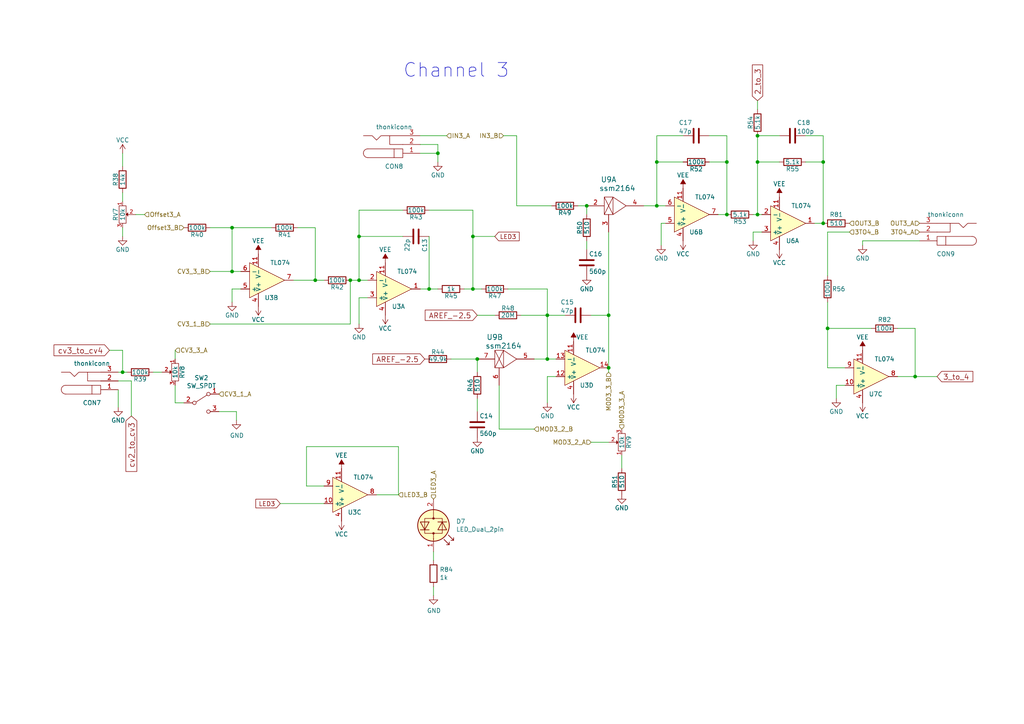
<source format=kicad_sch>
(kicad_sch (version 20211123) (generator eeschema)
  (paper "A4")
  (title_block (title "Tetra VCA") (date "2021-07-21") (rev "1") (company "SOLI.SYNTH") (comment 1 "www.solisynth.com"))
  (lib_symbols
    (symbol "Device:C" (pin_numbers hide) (pin_names (offset 0.254))
      (property "Reference" "C" (at 0.635 2.54 0))
      (property "Value" "C" (at 0.635 -2.54 0))
      (symbol "C_0_1"
        (polyline (pts (xy -2.032 -0.762) (xy 2.032 -0.762)) (stroke (width 0.508)))
        (polyline (pts (xy -2.032 0.762) (xy 2.032 0.762)) (stroke (width 0.508)))
      )
      (symbol "C_1_1"
        (pin passive line (at 0 3.81 270) (length 2.794) (name "~") (number "1"))
        (pin passive line (at 0 -3.81 90) (length 2.794) (name "~") (number "2"))
      )
    )
    (symbol "Device:R" (pin_numbers hide) (pin_names (offset 0))
      (property "Reference" "R" (at 2.032 0 90))
      (property "Value" "R" (at 0 0 90))
      (symbol "R_0_1"
        (rectangle (start -1.016 -2.54) (end 1.016 2.54) (stroke (width 0.254)))
      )
      (symbol "R_1_1"
        (pin passive line (at 0 3.81 270) (length 1.27) (name "~") (number "1"))
        (pin passive line (at 0 -3.81 90) (length 1.27) (name "~") (number "2"))
      )
    )
    (symbol "TetraVCA-rescue:LED_Dual_2pin-Device" (pin_names (offset 0) hide)
      (property "Reference" "D" (at 0 5.715 0))
      (property "Value" "LED_Dual_2pin-Device" (at 0 -6.35 0))
      (symbol "LED_Dual_2pin-Device_0_1"
        (circle (center -2.032 0) (radius 0.254) (fill (type outline)))
        (polyline (pts (xy -4.572 0) (xy -2.54 0)))
        (polyline (pts (xy -2.032 0) (xy -2.54 0)))
        (polyline (pts (xy -1.016 3.81) (xy -1.016 1.27)) (stroke (width 0.2032)))
        (polyline (pts (xy 1.27 -1.27) (xy 1.27 -3.81)) (stroke (width 0.2032)))
        (polyline (pts (xy 4.064 0) (xy 2.286 0)) (fill (type outline)))
        (polyline (pts (xy 4.318 5.842) (xy 4.318 5.08)) (stroke (width 0.2032)))
        (polyline (pts (xy 5.588 4.572) (xy 5.588 3.81)) (stroke (width 0.2032)))
        (polyline (pts (xy 2.794 4.318) (xy 4.318 5.842) (xy 3.556 5.842)) (stroke (width 0.2032)))
        (polyline (pts (xy 4.064 3.048) (xy 5.588 4.572) (xy 4.826 4.572)) (stroke (width 0.2032)))
        (polyline (pts (xy -1.016 -1.27) (xy -1.016 -3.81) (xy 1.27 -2.54) (xy -1.016 -1.27)) (stroke (width 0.2032)))
        (polyline (pts (xy 1.27 3.81) (xy 1.27 1.27) (xy -1.016 2.54) (xy 1.27 3.81)) (stroke (width 0.2032)))
        (polyline (pts (xy 2.286 2.54) (xy -2.032 2.54) (xy -2.032 -2.54) (xy 2.286 -2.54) (xy 2.286 2.54)))
        (circle (center 0 0) (radius 4.572) (stroke (width 0.254)) (fill (type background)))
        (circle (center 2.286 0) (radius 0.254) (fill (type outline)))
      )
      (symbol "LED_Dual_2pin-Device_1_1"
        (pin input line (at 7.62 0 180) (length 3.81) (name "KA") (number "1"))
        (pin input line (at -7.62 0 0) (length 3.048) (name "AK") (number "2"))
      )
    )
    (symbol "TetraVCA-rescue:SW_SPDT-Switch" (pin_names (offset 0) hide)
      (property "Reference" "SW" (at 0 4.318 0))
      (property "Value" "SW_SPDT-Switch" (at 0 -5.08 0))
      (symbol "SW_SPDT-Switch_0_0"
        (circle (center -2.032 0) (radius 0.508))
        (circle (center 2.032 -2.54) (radius 0.508))
      )
      (symbol "SW_SPDT-Switch_0_1"
        (polyline (pts (xy -1.524 0.254) (xy 1.651 2.286)))
        (circle (center 2.032 2.54) (radius 0.508))
      )
      (symbol "SW_SPDT-Switch_1_1"
        (pin passive line (at 5.08 2.54 180) (length 2.54) (name "A") (number "1"))
        (pin passive line (at -5.08 0 0) (length 2.54) (name "B") (number "2"))
        (pin passive line (at 5.08 -2.54 180) (length 2.54) (name "C") (number "3"))
      )
    )
    (symbol "TetraVCA_3_0-rescue:POT-tetraVCA-rescue-TetraVCA_2.0-rescue" (pin_names (offset 1.016) hide)
      (property "Reference" "RV" (at 0 -2.032 0))
      (property "Value" "POT-tetraVCA-rescue-TetraVCA_2.0-rescue" (at 0 0 0))
      (symbol "POT-tetraVCA-rescue-TetraVCA_2.0-rescue_0_1"
        (rectangle (start -2.54 1.016) (end 2.54 -1.016))
        (polyline (pts (xy 0 1.016) (xy -0.508 1.524) (xy 0.508 1.524)) (fill (type outline)))
      )
      (symbol "POT-tetraVCA-rescue-TetraVCA_2.0-rescue_1_1"
        (pin passive line (at -3.81 0 0) (length 1.27) (name "1") (number "1"))
        (pin passive line (at 0 3.81 270) (length 2.54) (name "2") (number "2"))
        (pin passive line (at 3.81 0 180) (length 1.27) (name "3") (number "3"))
      )
    )
    (symbol "TetraVCA_3_0-rescue:TL074-tetraVCA-rescue-TetraVCA_2.0-rescue"
      (property "Reference" "U" (at 1.27 5.08 0))
      (property "Value" "TL074-tetraVCA-rescue-TetraVCA_2.0-rescue" (at 3.81 -5.08 0))
      (symbol "TL074-tetraVCA-rescue-TetraVCA_2.0-rescue_0_1"
        (polyline (pts (xy -5.08 5.08) (xy 5.08 0) (xy -5.08 -5.08) (xy -5.08 5.08)) (stroke (width 0.1524)) (fill (type background)))
        (pin power_in line (at -2.54 -7.62 90) (length 3.81) (name "V-") (number "11"))
        (pin power_in line (at -2.54 7.62 270) (length 3.81) (name "V+") (number "4"))
      )
      (symbol "TL074-tetraVCA-rescue-TetraVCA_2.0-rescue_1_1"
        (pin output line (at 7.62 0 180) (length 2.54) (name "~") (number "1"))
        (pin input line (at -7.62 -2.54 0) (length 2.54) (name "-") (number "2"))
        (pin input line (at -7.62 2.54 0) (length 2.54) (name "+") (number "3"))
      )
      (symbol "TL074-tetraVCA-rescue-TetraVCA_2.0-rescue_2_1"
        (pin input line (at -7.62 2.54 0) (length 2.54) (name "+") (number "5"))
        (pin input line (at -7.62 -2.54 0) (length 2.54) (name "-") (number "6"))
        (pin output line (at 7.62 0 180) (length 2.54) (name "~") (number "7"))
      )
      (symbol "TL074-tetraVCA-rescue-TetraVCA_2.0-rescue_3_1"
        (pin input line (at -7.62 2.54 0) (length 2.54) (name "+") (number "10"))
        (pin output line (at 7.62 0 180) (length 2.54) (name "~") (number "8"))
        (pin input line (at -7.62 -2.54 0) (length 2.54) (name "-") (number "9"))
      )
      (symbol "TL074-tetraVCA-rescue-TetraVCA_2.0-rescue_4_1"
        (pin input line (at -7.62 2.54 0) (length 2.54) (name "+") (number "12"))
        (pin input line (at -7.62 -2.54 0) (length 2.54) (name "-") (number "13"))
        (pin output line (at 7.62 0 180) (length 2.54) (name "~") (number "14"))
      )
    )
    (symbol "TetraVCA_3_0-rescue:ssm2164-tetraVCA-rescue-TetraVCA_2.0-rescue" (pin_names (offset 1.016))
      (property "Reference" "U" (at 6.35 -6.35 0))
      (property "Value" "ssm2164-tetraVCA-rescue-TetraVCA_2.0-rescue" (at 8.89 -8.89 0))
      (symbol "ssm2164-tetraVCA-rescue-TetraVCA_2.0-rescue_1_1"
        (polyline (pts (xy -1.27 2.54) (xy -1.27 -2.54) (xy 1.27 -2.54) (xy 5.08 0) (xy 1.27 2.54) (xy 1.27 -2.54) (xy -1.27 2.54) (xy 1.27 2.54) (xy -1.27 -2.54)))
        (pin input line (at -6.35 0 0) (length 5.08) (name "~") (number "2"))
        (pin input line (at 0 -7.62 90) (length 5.08) (name "~") (number "3"))
        (pin input line (at 10.16 0 180) (length 5.08) (name "~") (number "4"))
      )
      (symbol "ssm2164-tetraVCA-rescue-TetraVCA_2.0-rescue_2_1"
        (polyline (pts (xy -1.27 2.54) (xy -1.27 -2.54) (xy 1.27 -2.54) (xy 5.08 0) (xy 1.27 2.54) (xy 1.27 -2.54) (xy -1.27 2.54) (xy 1.27 2.54) (xy -1.27 -2.54)))
        (pin input line (at 10.16 0 180) (length 5.08) (name "~") (number "5"))
        (pin input line (at 0 -7.62 90) (length 5.08) (name "~") (number "6"))
        (pin input line (at -6.35 0 0) (length 5.08) (name "~") (number "7"))
      )
      (symbol "ssm2164-tetraVCA-rescue-TetraVCA_2.0-rescue_3_1"
        (polyline (pts (xy -1.27 2.54) (xy -1.27 -2.54) (xy 1.27 -2.54) (xy 5.08 0) (xy 1.27 2.54) (xy 1.27 -2.54) (xy -1.27 2.54) (xy 1.27 2.54) (xy -1.27 -2.54)))
        (pin input line (at -6.35 0 0) (length 5.08) (name "~") (number "10"))
        (pin input line (at 0 -7.62 90) (length 5.08) (name "~") (number "11"))
        (pin input line (at 10.16 0 180) (length 5.08) (name "~") (number "12"))
      )
      (symbol "ssm2164-tetraVCA-rescue-TetraVCA_2.0-rescue_4_1"
        (polyline (pts (xy -1.27 2.54) (xy -1.27 -2.54) (xy 1.27 -2.54) (xy 5.08 0) (xy 1.27 2.54) (xy 1.27 -2.54) (xy -1.27 2.54) (xy 1.27 2.54) (xy -1.27 -2.54)))
        (pin input line (at 10.16 0 180) (length 5.08) (name "~") (number "13"))
        (pin input line (at 0 -7.62 90) (length 5.08) (name "~") (number "14"))
        (pin input line (at -6.35 0 0) (length 5.08) (name "~") (number "15"))
      )
      (symbol "ssm2164-tetraVCA-rescue-TetraVCA_2.0-rescue_5_1"
        (rectangle (start 3.81 7.62) (end -3.81 -7.62))
        (pin input line (at 8.89 1.27 180) (length 5.08) (name "MODE") (number "1"))
        (pin input line (at 0 12.7 270) (length 5.08) (name "V+") (number "16"))
        (pin input line (at 8.89 -1.27 180) (length 5.08) (name "GND") (number "8"))
        (pin input line (at 0 -12.7 90) (length 5.08) (name "V-") (number "9"))
      )
    )
    (symbol "TetraVCA_3_0-rescue:thonkiconn-tetraVCA-rescue-TetraVCA_2.0-rescue" (pin_names (offset 1.016))
      (property "Reference" "CON" (at 0 6.35 0))
      (property "Value" "thonkiconn-tetraVCA-rescue-TetraVCA_2.0-rescue" (at 0 -5.08 0))
      (symbol "thonkiconn-tetraVCA-rescue-TetraVCA_2.0-rescue_0_1"
        (arc (start -8.89 2.54) (mid -8.5271 1.6254) (end -7.62 1.27))
        (arc (start -7.62 3.81) (mid -8.5088 3.4366) (end -8.89 2.54))
        (polyline (pts (xy -7.62 1.27) (xy 0 1.27)))
        (polyline (pts (xy 0 3.81) (xy -7.62 3.81)))
        (polyline (pts (xy 2.54 0) (xy -1.27 0) (xy -1.27 -2.54)))
        (polyline (pts (xy 2.54 -2.54) (xy -3.81 -2.54) (xy -5.08 -1.27) (xy -6.35 -2.54) (xy -8.89 -2.54)))
        (rectangle (start 2.54 3.81) (end 0 1.27))
      )
      (symbol "thonkiconn-tetraVCA-rescue-TetraVCA_2.0-rescue_1_1"
        (pin passive line (at 7.62 2.54 180) (length 5.08) (name "~") (number "1"))
        (pin passive line (at 7.62 0 180) (length 5.08) (name "~") (number "2"))
        (pin passive line (at 7.62 -2.54 180) (length 5.08) (name "~") (number "3"))
      )
    )
    (symbol "power:GND" (power) (pin_names (offset 0))
      (property "Value" "GND" (at 0 -3.81 0))
      (symbol "GND_0_1"
        (polyline (pts (xy 0 0) (xy 0 -1.27) (xy 1.27 -1.27) (xy 0 -2.54) (xy -1.27 -1.27) (xy 0 -1.27)))
      )
      (symbol "GND_1_1"
        (pin power_in line (at 0 0 270) (length 0) hide (name "GND") (number "1"))
      )
    )
    (symbol "power:VCC" (power) (pin_names (offset 0))
      (property "Value" "VCC" (at 0 3.81 0))
      (symbol "VCC_0_1"
        (polyline (pts (xy -0.762 1.27) (xy 0 2.54)))
        (polyline (pts (xy 0 0) (xy 0 2.54)))
        (polyline (pts (xy 0 2.54) (xy 0.762 1.27)))
      )
      (symbol "VCC_1_1"
        (pin power_in line (at 0 0 90) (length 0) hide (name "VCC") (number "1"))
      )
    )
    (symbol "power:VEE" (power) (pin_names (offset 0))
      (property "Value" "VEE" (at 0 3.81 0))
      (symbol "VEE_0_1"
        (polyline (pts (xy 0 0) (xy 0 2.54)))
        (polyline (pts (xy 0.762 1.27) (xy -0.762 1.27) (xy 0 2.54) (xy 0.762 1.27)) (fill (type outline)))
      )
      (symbol "VEE_1_1"
        (pin power_in line (at 0 0 90) (length 0) hide (name "VEE") (number "1"))
      )
    )
  )
  (junction (at 124.46 83.82))
  (junction (at 219.71 62.23))
  (junction (at 138.43 104.14))
  (junction (at 104.14 68.58))
  (junction (at 238.76 46.99))
  (junction (at 190.5 46.99))
  (junction (at 91.44 81.28))
  (junction (at 219.71 46.99))
  (junction (at 104.14 81.28))
  (junction (at 101.6 81.28))
  (junction (at 158.75 104.14))
  (junction (at 170.18 59.69))
  (junction (at 238.76 64.77))
  (junction (at 190.5 59.69))
  (junction (at 158.75 91.44))
  (junction (at 67.31 78.74))
  (junction (at 137.16 68.58))
  (junction (at 127 44.45))
  (junction (at 137.16 83.82))
  (junction (at 176.53 106.68))
  (junction (at 240.03 95.25))
  (junction (at 210.82 62.23))
  (junction (at 219.71 39.37))
  (junction (at 210.82 46.99))
  (junction (at 176.53 91.44))
  (junction (at 35.56 107.95))
  (junction (at 265.43 109.22))
  (junction (at 67.31 66.04))
  (wire (pts (xy 176.53 106.68) (xy 176.53 107.95)))
  (wire (pts (xy 191.77 64.77) (xy 191.77 71.12)))
  (wire (pts (xy 35.56 44.45) (xy 35.56 48.26)))
  (wire (pts (xy 125.73 160.02) (xy 125.73 162.56)))
  (wire (pts (xy 240.03 67.31) (xy 240.03 80.01)))
  (wire (pts (xy 171.45 91.44) (xy 176.53 91.44)))
  (wire (pts (xy 219.71 62.23) (xy 220.98 62.23)))
  (wire (pts (xy 265.43 109.22) (xy 265.43 95.25)))
  (wire (pts (xy 240.03 67.31) (xy 246.38 67.31)))
  (wire (pts (xy 193.04 64.77) (xy 191.77 64.77)))
  (wire (pts (xy 170.18 69.85) (xy 170.18 72.39)))
  (wire (pts (xy 116.84 68.58) (xy 104.14 68.58)))
  (wire (pts (xy 50.8 101.6) (xy 50.8 104.14)))
  (wire (pts (xy 226.06 46.99) (xy 219.71 46.99)))
  (wire (pts (xy 50.8 116.84) (xy 53.34 116.84)))
  (wire (pts (xy 219.71 39.37) (xy 219.71 46.99)))
  (wire (pts (xy 176.53 67.31) (xy 176.53 91.44)))
  (wire (pts (xy 121.92 44.45) (xy 127 44.45)))
  (wire (pts (xy 138.43 115.57) (xy 138.43 119.38)))
  (wire (pts (xy 127 41.91) (xy 127 44.45)))
  (wire (pts (xy 154.94 104.14) (xy 158.75 104.14)))
  (wire (pts (xy 38.1 110.49) (xy 38.1 120.65)))
  (wire (pts (xy 91.44 81.28) (xy 91.44 66.04)))
  (wire (pts (xy 35.56 101.6) (xy 31.75 101.6)))
  (wire (pts (xy 240.03 95.25) (xy 240.03 106.68)))
  (wire (pts (xy 104.14 81.28) (xy 106.68 81.28)))
  (wire (pts (xy 125.73 170.18) (xy 125.73 172.72)))
  (wire (pts (xy 44.45 107.95) (xy 46.99 107.95)))
  (wire (pts (xy 210.82 46.99) (xy 205.74 46.99)))
  (wire (pts (xy 171.45 128.27) (xy 176.53 128.27)))
  (wire (pts (xy 39.37 62.23) (xy 41.91 62.23)))
  (wire (pts (xy 190.5 46.99) (xy 190.5 59.69)))
  (wire (pts (xy 85.09 81.28) (xy 91.44 81.28)))
  (wire (pts (xy 121.92 39.37) (xy 129.54 39.37)))
  (wire (pts (xy 67.31 78.74) (xy 69.85 78.74)))
  (wire (pts (xy 265.43 95.25) (xy 260.35 95.25)))
  (wire (pts (xy 144.78 124.46) (xy 154.94 124.46)))
  (wire (pts (xy 138.43 104.14) (xy 138.43 107.95)))
  (wire (pts (xy 91.44 81.28) (xy 93.98 81.28)))
  (wire (pts (xy 147.32 83.82) (xy 158.75 83.82)))
  (wire (pts (xy 130.81 104.14) (xy 138.43 104.14)))
  (wire (pts (xy 115.57 129.54) (xy 115.57 143.51)))
  (wire (pts (xy 233.68 39.37) (xy 238.76 39.37)))
  (wire (pts (xy 250.19 69.85) (xy 266.7 69.85)))
  (wire (pts (xy 67.31 66.04) (xy 67.31 78.74)))
  (wire (pts (xy 121.92 83.82) (xy 124.46 83.82)))
  (wire (pts (xy 134.62 83.82) (xy 137.16 83.82)))
  (wire (pts (xy 186.69 59.69) (xy 190.5 59.69)))
  (wire (pts (xy 250.19 69.85) (xy 250.19 71.12)))
  (wire (pts (xy 226.06 39.37) (xy 219.71 39.37)))
  (wire (pts (xy 240.03 87.63) (xy 240.03 95.25)))
  (wire (pts (xy 60.96 78.74) (xy 67.31 78.74)))
  (wire (pts (xy 93.98 140.97) (xy 88.9 140.97)))
  (wire (pts (xy 35.56 107.95) (xy 35.56 101.6)))
  (wire (pts (xy 198.12 46.99) (xy 190.5 46.99)))
  (wire (pts (xy 35.56 107.95) (xy 36.83 107.95)))
  (wire (pts (xy 219.71 46.99) (xy 219.71 62.23)))
  (wire (pts (xy 34.29 110.49) (xy 38.1 110.49)))
  (wire (pts (xy 238.76 46.99) (xy 238.76 64.77)))
  (wire (pts (xy 149.86 59.69) (xy 160.02 59.69)))
  (wire (pts (xy 124.46 83.82) (xy 127 83.82)))
  (wire (pts (xy 60.96 66.04) (xy 67.31 66.04)))
  (wire (pts (xy 104.14 86.36) (xy 104.14 93.98)))
  (wire (pts (xy 242.57 111.76) (xy 242.57 115.57)))
  (wire (pts (xy 69.85 83.82) (xy 67.31 83.82)))
  (wire (pts (xy 260.35 109.22) (xy 265.43 109.22)))
  (wire (pts (xy 161.29 109.22) (xy 158.75 109.22)))
  (wire (pts (xy 198.12 39.37) (xy 190.5 39.37)))
  (wire (pts (xy 149.86 59.69) (xy 149.86 39.37)))
  (wire (pts (xy 124.46 68.58) (xy 124.46 83.82)))
  (wire (pts (xy 180.34 132.08) (xy 180.34 135.89)))
  (wire (pts (xy 238.76 46.99) (xy 233.68 46.99)))
  (wire (pts (xy 106.68 86.36) (xy 104.14 86.36)))
  (wire (pts (xy 219.71 29.21) (xy 219.71 31.75)))
  (wire (pts (xy 220.98 67.31) (xy 218.44 67.31)))
  (wire (pts (xy 143.51 68.58) (xy 137.16 68.58)))
  (wire (pts (xy 158.75 91.44) (xy 158.75 104.14)))
  (wire (pts (xy 210.82 62.23) (xy 208.28 62.23)))
  (wire (pts (xy 115.57 143.51) (xy 109.22 143.51)))
  (wire (pts (xy 158.75 104.14) (xy 161.29 104.14)))
  (wire (pts (xy 236.22 64.77) (xy 238.76 64.77)))
  (wire (pts (xy 35.56 66.04) (xy 35.56 68.58)))
  (wire (pts (xy 63.5 119.38) (xy 68.58 119.38)))
  (wire (pts (xy 158.75 91.44) (xy 163.83 91.44)))
  (wire (pts (xy 190.5 59.69) (xy 193.04 59.69)))
  (wire (pts (xy 34.29 113.03) (xy 34.29 118.11)))
  (wire (pts (xy 245.11 111.76) (xy 242.57 111.76)))
  (wire (pts (xy 50.8 111.76) (xy 50.8 116.84)))
  (wire (pts (xy 158.75 109.22) (xy 158.75 116.84)))
  (wire (pts (xy 205.74 39.37) (xy 210.82 39.37)))
  (wire (pts (xy 67.31 66.04) (xy 78.74 66.04)))
  (wire (pts (xy 124.46 60.96) (xy 137.16 60.96)))
  (wire (pts (xy 218.44 67.31) (xy 218.44 69.85)))
  (wire (pts (xy 167.64 59.69) (xy 170.18 59.69)))
  (wire (pts (xy 34.29 107.95) (xy 35.56 107.95)))
  (wire (pts (xy 158.75 83.82) (xy 158.75 91.44)))
  (wire (pts (xy 104.14 60.96) (xy 104.14 68.58)))
  (wire (pts (xy 144.78 111.76) (xy 144.78 124.46)))
  (wire (pts (xy 238.76 39.37) (xy 238.76 46.99)))
  (wire (pts (xy 67.31 83.82) (xy 67.31 87.63)))
  (wire (pts (xy 101.6 81.28) (xy 104.14 81.28)))
  (wire (pts (xy 121.92 41.91) (xy 127 41.91)))
  (wire (pts (xy 91.44 66.04) (xy 86.36 66.04)))
  (wire (pts (xy 104.14 60.96) (xy 116.84 60.96)))
  (wire (pts (xy 151.13 91.44) (xy 158.75 91.44)))
  (wire (pts (xy 265.43 109.22) (xy 271.78 109.22)))
  (wire (pts (xy 240.03 106.68) (xy 245.11 106.68)))
  (wire (pts (xy 170.18 59.69) (xy 170.18 62.23)))
  (wire (pts (xy 101.6 93.98) (xy 101.6 81.28)))
  (wire (pts (xy 60.96 93.98) (xy 101.6 93.98)))
  (wire (pts (xy 190.5 39.37) (xy 190.5 46.99)))
  (wire (pts (xy 138.43 91.44) (xy 143.51 91.44)))
  (wire (pts (xy 210.82 39.37) (xy 210.82 46.99)))
  (wire (pts (xy 104.14 68.58) (xy 104.14 81.28)))
  (wire (pts (xy 93.98 146.05) (xy 81.28 146.05)))
  (wire (pts (xy 137.16 83.82) (xy 139.7 83.82)))
  (wire (pts (xy 137.16 68.58) (xy 137.16 83.82)))
  (wire (pts (xy 68.58 119.38) (xy 68.58 121.92)))
  (wire (pts (xy 137.16 60.96) (xy 137.16 68.58)))
  (wire (pts (xy 35.56 55.88) (xy 35.56 58.42)))
  (wire (pts (xy 88.9 129.54) (xy 115.57 129.54)))
  (wire (pts (xy 176.53 91.44) (xy 176.53 106.68)))
  (wire (pts (xy 252.73 95.25) (xy 240.03 95.25)))
  (wire (pts (xy 127 44.45) (xy 127 46.99)))
  (wire (pts (xy 218.44 62.23) (xy 219.71 62.23)))
  (wire (pts (xy 146.05 39.37) (xy 149.86 39.37)))
  (wire (pts (xy 88.9 140.97) (xy 88.9 129.54)))
  (wire (pts (xy 210.82 46.99) (xy 210.82 62.23)))
  (text "Channel 3" (at 116.84 22.86 0) (effects (font (size 3.9878 3.9878)) (justify left bottom)))
  (global_label "2_to_3" (shape input) (at 219.71 29.21 90) (effects (font (size 1.524 1.524))) (property "Intersheet References" "${INTERSHEET_REFS}" (effects hide)))
  (global_label "LED3" (shape input) (at 143.51 68.58 0) (property "Intersheet References" "${INTERSHEET_REFS}" (effects hide)))
  (global_label "cv2_to_cv3" (shape input) (at 38.1 120.65 270) (effects (font (size 1.6002 1.6002))) (property "Intersheet References" "${INTERSHEET_REFS}" (effects hide)))
  (global_label "AREF_-2.5" (shape input) (at 123.19 104.14 180) (effects (font (size 1.524 1.524))) (property "Intersheet References" "${INTERSHEET_REFS}" (effects hide)))
  (global_label "cv3_to_cv4" (shape input) (at 31.75 101.6 180) (effects (font (size 1.6002 1.6002))) (property "Intersheet References" "${INTERSHEET_REFS}" (effects hide)))
  (global_label "LED3" (shape input) (at 81.28 146.05 180) (property "Intersheet References" "${INTERSHEET_REFS}" (effects hide)))
  (global_label "3_to_4" (shape input) (at 271.78 109.22 0) (effects (font (size 1.524 1.524))) (property "Intersheet References" "${INTERSHEET_REFS}" (effects hide)))
  (global_label "AREF_-2.5" (shape input) (at 138.43 91.44 180) (effects (font (size 1.524 1.524))) (property "Intersheet References" "${INTERSHEET_REFS}" (effects hide)))
  (hierarchical_label "3TO4_A" (shape input) (at 266.7 67.31 180))
  (hierarchical_label "CV3_1_A" (shape input) (at 63.5 114.3 0))
  (hierarchical_label "LED3_B" (shape input) (at 115.57 143.51 0))
  (hierarchical_label "IN3_A" (shape input) (at 129.54 39.37 0))
  (hierarchical_label "OUT3_B" (shape input) (at 246.38 64.77 0))
  (hierarchical_label "MOD3_3_A" (shape input) (at 180.34 124.46 90))
  (hierarchical_label "CV3_1_B" (shape input) (at 60.96 93.98 180))
  (hierarchical_label "IN3_B" (shape input) (at 146.05 39.37 180))
  (hierarchical_label "OUT3_A" (shape input) (at 266.7 64.77 180))
  (hierarchical_label "MOD3_2_A" (shape input) (at 171.45 128.27 180))
  (hierarchical_label "MOD3_2_B" (shape input) (at 154.94 124.46 0))
  (hierarchical_label "Offset3_A" (shape input) (at 41.91 62.23 0))
  (hierarchical_label "MOD3_3_B" (shape input) (at 176.53 107.95 270))
  (hierarchical_label "Offset3_B" (shape input) (at 53.34 66.04 180))
  (hierarchical_label "CV3_3_B" (shape input) (at 60.96 78.74 180))
  (hierarchical_label "CV3_3_A" (shape input) (at 50.8 101.6 0))
  (hierarchical_label "3TO4_B" (shape input) (at 246.38 67.31 0))
  (hierarchical_label "LED3_A" (shape input) (at 125.73 144.78 90))
  (symbol (lib_id "TetraVCA_3_0-rescue:ssm2164-tetraVCA-rescue-TetraVCA_2.0-rescue") (at 144.78 104.14 0) (unit 2)
    (property "Reference" "U9" (at 143.51 97.79 0) (effects (font (size 1.524 1.524))))
    (property "Value" "ssm2164" (at 146.05 100.33 0) (effects (font (size 1.524 1.524))))
    (property "Footprint" "Package_SO:SOIC-16_3.9x9.9mm_P1.27mm" (effects hide))
    (property "MFN" "cool audio" (effects hide))
    (property "MPN" "SSM2164" (effects hide))
  )
  (symbol (lib_id "TetraVCA_3_0-rescue:ssm2164-tetraVCA-rescue-TetraVCA_2.0-rescue") (at 176.53 59.69 0) (unit 1)
    (property "Reference" "U9" (at 176.53 52.07 0) (effects (font (size 1.524 1.524))))
    (property "Value" "ssm2164" (at 179.07 54.61 0) (effects (font (size 1.524 1.524))))
    (property "Footprint" "Package_SO:SOIC-16_3.9x9.9mm_P1.27mm" (effects hide))
    (property "MFN" "cool audio" (effects hide))
    (property "MPN" "SSM2164" (effects hide))
  )
  (symbol (lib_id "Device:R") (at 163.83 59.69 270) (unit 1)
    (property "Reference" "R49" (at 163.83 61.722 90))
    (property "Value" "100k" (at 163.83 59.69 90))
    (property "Footprint" "Resistor_SMD:R_0603_1608Metric_Pad1.05x0.95mm_HandSolder" (effects hide))
  )
  (symbol (lib_id "Device:R") (at 170.18 66.04 180) (unit 1)
    (property "Reference" "R50" (at 168.148 66.04 90))
    (property "Value" "510" (at 170.18 66.04 90))
    (property "Footprint" "Resistor_SMD:R_0603_1608Metric_Pad1.05x0.95mm_HandSolder" (effects hide))
  )
  (symbol (lib_id "Device:C") (at 170.18 76.2 0) (unit 1)
    (property "Reference" "C16" (at 170.815 73.66 0) (effects (justify left)))
    (property "Value" "560p" (at 170.815 78.74 0) (effects (justify left)))
    (property "Footprint" "Capacitor_SMD:C_0603_1608Metric_Pad1.05x0.95mm_HandSolder" (effects hide))
  )
  (symbol (lib_id "TetraVCA_3_0-rescue:TL074-tetraVCA-rescue-TetraVCA_2.0-rescue") (at 200.66 62.23 0) (mirror x) (unit 2)
    (property "Reference" "U6" (at 201.93 67.31 0))
    (property "Value" "TL074" (at 204.47 57.15 0))
    (property "Footprint" "Package_SO:SOIC-14_3.9x8.7mm_P1.27mm" (effects hide))
    (property "MFN" "Texas Instruments" (effects hide))
    (property "MPN" "TL074" (effects hide))
  )
  (symbol (lib_id "Device:R") (at 201.93 46.99 270) (unit 1)
    (property "Reference" "R52" (at 201.93 49.022 90))
    (property "Value" "100k" (at 201.93 46.99 90))
    (property "Footprint" "Resistor_SMD:R_0603_1608Metric_Pad1.05x0.95mm_HandSolder" (effects hide))
  )
  (symbol (lib_id "Device:C") (at 201.93 39.37 270) (unit 1)
    (property "Reference" "C17" (at 196.85 35.56 90) (effects (justify left)))
    (property "Value" "47p" (at 196.85 38.1 90) (effects (justify left)))
    (property "Footprint" "Capacitor_SMD:C_0603_1608Metric_Pad1.05x0.95mm_HandSolder" (effects hide))
  )
  (symbol (lib_id "power:GND") (at 191.77 71.12 0) (unit 1)
    (property "Reference" "#PWR0153" (effects hide))
    (property "Value" "GND" (at 191.77 74.93 0))
  )
  (symbol (lib_id "power:GND") (at 170.18 80.01 0) (unit 1)
    (property "Reference" "#PWR0154" (effects hide))
    (property "Value" "GND" (at 170.18 83.82 0))
  )
  (symbol (lib_id "power:VCC") (at 198.12 69.85 180) (unit 1)
    (property "Reference" "#PWR0155" (effects hide))
    (property "Value" "VCC" (at 198.12 73.66 0))
  )
  (symbol (lib_id "power:VEE") (at 198.12 54.61 0) (unit 1)
    (property "Reference" "#PWR0156" (effects hide))
    (property "Value" "VEE" (at 198.12 50.8 0))
  )
  (symbol (lib_id "TetraVCA_3_0-rescue:TL074-tetraVCA-rescue-TetraVCA_2.0-rescue") (at 168.91 106.68 0) (mirror x) (unit 4)
    (property "Reference" "U3" (at 170.18 111.76 0))
    (property "Value" "TL074" (at 172.72 101.6 0))
    (property "Footprint" "Package_SO:SOIC-14_3.9x8.7mm_P1.27mm" (effects hide))
    (property "MFN" "Texas Instruments" (effects hide))
    (property "MPN" "TL074" (effects hide))
  )
  (symbol (lib_id "power:GND") (at 158.75 116.84 0) (unit 1)
    (property "Reference" "#PWR0157" (effects hide))
    (property "Value" "GND" (at 158.75 120.65 0))
  )
  (symbol (lib_id "TetraVCA_3_0-rescue:POT-tetraVCA-rescue-TetraVCA_2.0-rescue") (at 180.34 128.27 90) (unit 1)
    (property "Reference" "RV9" (at 182.372 128.27 0))
    (property "Value" "10k" (at 180.34 128.27 0))
    (property "Footprint" "Potentiometer_THT:Potentiometer_Alps_RK09K_Single_Vertical" (effects hide))
    (property "MFN" "Bourns" (effects hide))
    (property "MPN" "PTV09A-4025U-B103" (effects hide))
  )
  (symbol (lib_id "Device:C") (at 167.64 91.44 270) (unit 1)
    (property "Reference" "C15" (at 162.56 87.63 90) (effects (justify left)))
    (property "Value" "47p" (at 162.56 90.17 90) (effects (justify left)))
    (property "Footprint" "Capacitor_SMD:C_0603_1608Metric_Pad1.05x0.95mm_HandSolder" (effects hide))
  )
  (symbol (lib_id "Device:R") (at 138.43 111.76 180) (unit 1)
    (property "Reference" "R46" (at 136.398 111.76 90))
    (property "Value" "510" (at 138.43 111.76 90))
    (property "Footprint" "Resistor_SMD:R_0603_1608Metric_Pad1.05x0.95mm_HandSolder" (effects hide))
  )
  (symbol (lib_id "Device:C") (at 138.43 123.19 0) (unit 1)
    (property "Reference" "C14" (at 139.065 120.65 0) (effects (justify left)))
    (property "Value" "560p" (at 139.065 125.73 0) (effects (justify left)))
    (property "Footprint" "Capacitor_SMD:C_0603_1608Metric_Pad1.05x0.95mm_HandSolder" (effects hide))
  )
  (symbol (lib_id "power:GND") (at 138.43 127 0) (unit 1)
    (property "Reference" "#PWR0158" (effects hide))
    (property "Value" "GND" (at 138.43 130.81 0))
  )
  (symbol (lib_id "Device:R") (at 180.34 139.7 180) (unit 1)
    (property "Reference" "R51" (at 178.308 139.7 90))
    (property "Value" "510" (at 180.34 139.7 90))
    (property "Footprint" "Resistor_SMD:R_0603_1608Metric_Pad1.05x0.95mm_HandSolder" (effects hide))
  )
  (symbol (lib_id "power:GND") (at 180.34 143.51 0) (unit 1)
    (property "Reference" "#PWR0159" (effects hide))
    (property "Value" "GND" (at 180.34 147.32 0))
  )
  (symbol (lib_id "Device:R") (at 127 104.14 90) (unit 1)
    (property "Reference" "R44" (at 127 102.108 90))
    (property "Value" "49.9k" (at 127 104.14 90))
    (property "Footprint" "Resistor_SMD:R_0603_1608Metric_Pad1.05x0.95mm_HandSolder" (effects hide))
  )
  (symbol (lib_id "TetraVCA_3_0-rescue:TL074-tetraVCA-rescue-TetraVCA_2.0-rescue") (at 228.6 64.77 0) (mirror x) (unit 1)
    (property "Reference" "U6" (at 229.87 69.85 0))
    (property "Value" "TL074" (at 232.41 59.69 0))
    (property "Footprint" "Package_SO:SOIC-14_3.9x8.7mm_P1.27mm" (effects hide))
    (property "MFN" "Texas Instruments" (effects hide))
    (property "MPN" "TL074" (effects hide))
  )
  (symbol (lib_id "Device:R") (at 214.63 62.23 270) (unit 1)
    (property "Reference" "R53" (at 214.63 64.262 90))
    (property "Value" "5.1k" (at 214.63 62.23 90))
    (property "Footprint" "Resistor_SMD:R_0603_1608Metric_Pad1.05x0.95mm_HandSolder" (effects hide))
  )
  (symbol (lib_id "Device:R") (at 229.87 46.99 270) (unit 1)
    (property "Reference" "R55" (at 229.87 49.022 90))
    (property "Value" "5.1k" (at 229.87 46.99 90))
    (property "Footprint" "Resistor_SMD:R_0603_1608Metric_Pad1.05x0.95mm_HandSolder" (effects hide))
  )
  (symbol (lib_id "Device:C") (at 229.87 39.37 270) (unit 1)
    (property "Reference" "C18" (at 231.14 35.56 90) (effects (justify left)))
    (property "Value" "100p" (at 231.14 38.1 90) (effects (justify left)))
    (property "Footprint" "Capacitor_SMD:C_0603_1608Metric_Pad1.05x0.95mm_HandSolder" (effects hide))
  )
  (symbol (lib_id "Device:R") (at 242.57 64.77 270) (unit 1)
    (property "Reference" "R81" (at 242.57 62.23 90))
    (property "Value" "510" (at 242.57 64.77 90))
    (property "Footprint" "Resistor_SMD:R_0603_1608Metric_Pad1.05x0.95mm_HandSolder" (effects hide))
  )
  (symbol (lib_id "TetraVCA_3_0-rescue:thonkiconn-tetraVCA-rescue-TetraVCA_2.0-rescue") (at 274.32 67.31 180) (unit 1)
    (property "Reference" "CON9" (at 274.32 73.66 0))
    (property "Value" "thonkiconn" (at 274.32 62.23 0))
    (property "Footprint" "MyLib:thonkiconn" (effects hide))
    (property "MFN" "Thonk.uk" (effects hide))
    (property "MPN" "PJ398SM" (effects hide))
  )
  (symbol (lib_id "power:GND") (at 250.19 71.12 0) (unit 1)
    (property "Reference" "#PWR0160" (effects hide))
    (property "Value" "GND" (at 250.19 74.93 0))
  )
  (symbol (lib_id "Device:R") (at 147.32 91.44 90) (unit 1)
    (property "Reference" "R48" (at 147.32 89.408 90))
    (property "Value" "20M" (at 147.32 91.44 90))
    (property "Footprint" "Resistor_SMD:R_0603_1608Metric_Pad1.05x0.95mm_HandSolder" (effects hide))
  )
  (symbol (lib_id "TetraVCA_3_0-rescue:TL074-tetraVCA-rescue-TetraVCA_2.0-rescue") (at 77.47 81.28 0) (mirror x) (unit 2)
    (property "Reference" "U3" (at 78.74 86.36 0))
    (property "Value" "TL074" (at 81.28 76.2 0))
    (property "Footprint" "Package_SO:SOIC-14_3.9x8.7mm_P1.27mm" (effects hide))
    (property "MFN" "Texas Instruments" (effects hide))
    (property "MPN" "TL074" (effects hide))
  )
  (symbol (lib_id "Device:R") (at 82.55 66.04 270) (unit 1)
    (property "Reference" "R41" (at 82.55 68.072 90))
    (property "Value" "100k" (at 82.55 66.04 90))
    (property "Footprint" "Resistor_SMD:R_0603_1608Metric_Pad1.05x0.95mm_HandSolder" (effects hide))
  )
  (symbol (lib_id "Device:R") (at 97.79 81.28 270) (unit 1)
    (property "Reference" "R42" (at 97.79 83.312 90))
    (property "Value" "100k" (at 97.79 81.28 90))
    (property "Footprint" "Resistor_SMD:R_0603_1608Metric_Pad1.05x0.95mm_HandSolder" (effects hide))
  )
  (symbol (lib_id "TetraVCA_3_0-rescue:TL074-tetraVCA-rescue-TetraVCA_2.0-rescue") (at 114.3 83.82 0) (mirror x) (unit 1)
    (property "Reference" "U3" (at 115.57 88.9 0))
    (property "Value" "TL074" (at 118.11 78.74 0))
    (property "Footprint" "Package_SO:SOIC-14_3.9x8.7mm_P1.27mm" (effects hide))
    (property "MFN" "Texas Instruments" (effects hide))
    (property "MPN" "TL074" (effects hide))
  )
  (symbol (lib_id "Device:R") (at 130.81 83.82 270) (unit 1)
    (property "Reference" "R45" (at 130.81 85.852 90))
    (property "Value" "1k" (at 130.81 83.82 90))
    (property "Footprint" "Resistor_SMD:R_0603_1608Metric_Pad1.05x0.95mm_HandSolder" (effects hide))
  )
  (symbol (lib_id "Device:C") (at 120.65 68.58 270) (unit 1)
    (property "Reference" "C13" (at 123.19 69.215 0) (effects (justify left)))
    (property "Value" "22p" (at 118.11 69.215 0) (effects (justify left)))
    (property "Footprint" "Capacitor_SMD:C_0603_1608Metric_Pad1.05x0.95mm_HandSolder" (effects hide))
  )
  (symbol (lib_id "Device:R") (at 120.65 60.96 270) (unit 1)
    (property "Reference" "R43" (at 120.65 62.992 90))
    (property "Value" "100k" (at 120.65 60.96 90))
    (property "Footprint" "Resistor_SMD:R_0603_1608Metric_Pad1.05x0.95mm_HandSolder" (effects hide))
  )
  (symbol (lib_id "TetraVCA_3_0-rescue:POT-tetraVCA-rescue-TetraVCA_2.0-rescue") (at 50.8 107.95 90) (mirror x) (unit 1)
    (property "Reference" "RV8" (at 52.832 107.95 0))
    (property "Value" "10k" (at 50.8 107.95 0))
    (property "Footprint" "Potentiometer_THT:Potentiometer_Alps_RK09K_Single_Vertical" (effects hide))
    (property "MFN" "Bourns" (effects hide))
    (property "MPN" "PTV09A-4025U-B103" (effects hide))
  )
  (symbol (lib_id "power:GND") (at 104.14 93.98 0) (unit 1)
    (property "Reference" "#PWR0161" (effects hide))
    (property "Value" "GND" (at 104.14 97.79 0))
  )
  (symbol (lib_id "power:GND") (at 67.31 87.63 0) (unit 1)
    (property "Reference" "#PWR0162" (effects hide))
    (property "Value" "GND" (at 67.31 91.44 0))
  )
  (symbol (lib_id "power:VEE") (at 74.93 73.66 0) (unit 1)
    (property "Reference" "#PWR0163" (effects hide))
    (property "Value" "VEE" (at 74.93 69.85 0))
  )
  (symbol (lib_id "power:VEE") (at 111.76 76.2 0) (unit 1)
    (property "Reference" "#PWR0164" (effects hide))
    (property "Value" "VEE" (at 111.76 72.39 0))
  )
  (symbol (lib_id "power:VEE") (at 166.37 99.06 0) (unit 1)
    (property "Reference" "#PWR0165" (effects hide))
    (property "Value" "VEE" (at 168.91 97.79 0))
  )
  (symbol (lib_id "power:VEE") (at 226.06 57.15 0) (unit 1)
    (property "Reference" "#PWR0166" (effects hide))
    (property "Value" "VEE" (at 226.06 53.34 0))
  )
  (symbol (lib_id "power:VCC") (at 226.06 72.39 180) (unit 1)
    (property "Reference" "#PWR0167" (effects hide))
    (property "Value" "VCC" (at 226.06 76.2 0))
  )
  (symbol (lib_id "power:VCC") (at 166.37 114.3 180) (unit 1)
    (property "Reference" "#PWR0168" (effects hide))
    (property "Value" "VCC" (at 166.37 118.11 0))
  )
  (symbol (lib_id "power:VCC") (at 111.76 91.44 180) (unit 1)
    (property "Reference" "#PWR0169" (effects hide))
    (property "Value" "VCC" (at 111.76 95.25 0))
  )
  (symbol (lib_id "power:VCC") (at 74.93 88.9 180) (unit 1)
    (property "Reference" "#PWR0170" (effects hide))
    (property "Value" "VCC" (at 74.93 92.71 0))
  )
  (symbol (lib_id "TetraVCA_3_0-rescue:thonkiconn-tetraVCA-rescue-TetraVCA_2.0-rescue") (at 26.67 110.49 0) (mirror x) (unit 1)
    (property "Reference" "CON7" (at 26.67 116.84 0))
    (property "Value" "thonkiconn" (at 26.67 105.41 0))
    (property "Footprint" "MyLib:thonkiconn" (effects hide))
    (property "MFN" "Thonk.uk" (effects hide))
    (property "MPN" "PJ398SM" (effects hide))
  )
  (symbol (lib_id "Device:R") (at 40.64 107.95 270) (unit 1)
    (property "Reference" "R39" (at 40.64 109.982 90))
    (property "Value" "100k" (at 40.64 107.95 90))
    (property "Footprint" "Resistor_SMD:R_0603_1608Metric_Pad1.05x0.95mm_HandSolder" (effects hide))
  )
  (symbol (lib_id "TetraVCA_3_0-rescue:POT-tetraVCA-rescue-TetraVCA_2.0-rescue") (at 35.56 62.23 270) (unit 1)
    (property "Reference" "RV7" (at 33.528 62.23 0))
    (property "Value" "10k" (at 35.56 62.23 0))
    (property "Footprint" "Potentiometer_THT:Potentiometer_Alps_RK09K_Single_Vertical" (effects hide))
    (property "MPN" "RK09L1140A5E" (effects hide))
    (property "MFN" "Alps Alpine" (effects hide))
  )
  (symbol (lib_id "Device:R") (at 57.15 66.04 270) (unit 1)
    (property "Reference" "R40" (at 57.15 68.072 90))
    (property "Value" "100k" (at 57.15 66.04 90))
    (property "Footprint" "Resistor_SMD:R_0603_1608Metric_Pad1.05x0.95mm_HandSolder" (effects hide))
  )
  (symbol (lib_id "power:GND") (at 35.56 68.58 0) (unit 1)
    (property "Reference" "#PWR0171" (effects hide))
    (property "Value" "GND" (at 35.56 72.39 0))
  )
  (symbol (lib_id "Device:R") (at 35.56 52.07 180) (unit 1)
    (property "Reference" "R38" (at 33.528 52.07 90))
    (property "Value" "14k" (at 35.56 52.07 90))
    (property "Footprint" "Resistor_SMD:R_0603_1608Metric_Pad1.05x0.95mm_HandSolder" (effects hide))
  )
  (symbol (lib_id "power:VCC") (at 35.56 44.45 0) (unit 1)
    (property "Reference" "#PWR0172" (effects hide))
    (property "Value" "VCC" (at 35.56 40.64 0))
  )
  (symbol (lib_id "TetraVCA_3_0-rescue:thonkiconn-tetraVCA-rescue-TetraVCA_2.0-rescue") (at 114.3 41.91 0) (mirror x) (unit 1)
    (property "Reference" "CON8" (at 114.3 48.26 0))
    (property "Value" "thonkiconn" (at 114.3 36.83 0))
    (property "Footprint" "MyLib:thonkiconn" (effects hide))
    (property "MFN" "Thonk.uk" (effects hide))
    (property "MPN" "PJ398SM" (effects hide))
  )
  (symbol (lib_id "power:GND") (at 127 46.99 0) (unit 1)
    (property "Reference" "#PWR0173" (effects hide))
    (property "Value" "GND" (at 127 50.8 0))
  )
  (symbol (lib_id "power:GND") (at 34.29 118.11 0) (unit 1)
    (property "Reference" "#PWR0174" (effects hide))
    (property "Value" "GND" (at 34.29 121.92 0))
  )
  (symbol (lib_id "power:GND") (at 218.44 69.85 0) (unit 1)
    (property "Reference" "#PWR0175" (effects hide))
    (property "Value" "GND" (at 218.44 73.66 0))
  )
  (symbol (lib_id "Device:R") (at 219.71 35.56 180) (unit 1)
    (property "Reference" "R54" (at 217.678 35.56 90))
    (property "Value" "5.1k" (at 219.71 35.56 90))
    (property "Footprint" "Resistor_SMD:R_0603_1608Metric_Pad1.05x0.95mm_HandSolder" (effects hide))
  )
  (symbol (lib_id "Device:R") (at 143.51 83.82 270) (unit 1)
    (property "Reference" "R47" (at 143.51 85.852 90))
    (property "Value" "100k" (at 143.51 83.82 90))
    (property "Footprint" "Resistor_SMD:R_0603_1608Metric_Pad1.05x0.95mm_HandSolder" (effects hide))
  )
  (symbol (lib_id "TetraVCA_3_0-rescue:TL074-tetraVCA-rescue-TetraVCA_2.0-rescue") (at 252.73 109.22 0) (mirror x) (unit 3)
    (property "Reference" "U7" (at 254 114.3 0))
    (property "Value" "TL074" (at 256.54 104.14 0))
    (property "Footprint" "Package_SO:SOIC-14_3.9x8.7mm_P1.27mm" (effects hide))
    (property "MFN" "Texas Instruments" (effects hide))
    (property "MPN" "TL074" (effects hide))
  )
  (symbol (lib_id "power:GND") (at 242.57 115.57 0) (unit 1)
    (property "Reference" "#PWR0176" (effects hide))
    (property "Value" "GND" (at 242.57 119.38 0))
  )
  (symbol (lib_id "power:VEE") (at 250.19 101.6 0) (unit 1)
    (property "Reference" "#PWR0177" (effects hide))
    (property "Value" "VEE" (at 250.19 97.79 0))
  )
  (symbol (lib_id "power:VCC") (at 250.19 116.84 180) (unit 1)
    (property "Reference" "#PWR0178" (effects hide))
    (property "Value" "VCC" (at 250.19 120.65 0))
  )
  (symbol (lib_id "Device:R") (at 240.03 83.82 0) (unit 1)
    (property "Reference" "R56" (at 241.3 83.82 0) (effects (justify left)))
    (property "Value" "100k" (at 240.03 86.36 90) (effects (justify left)))
    (property "Footprint" "Resistor_SMD:R_0603_1608Metric_Pad1.05x0.95mm_HandSolder" (effects hide))
  )
  (symbol (lib_id "Device:R") (at 256.54 95.25 270) (unit 1)
    (property "Reference" "R82" (at 256.54 92.71 90))
    (property "Value" "100k" (at 256.54 95.25 90))
    (property "Footprint" "Resistor_SMD:R_0603_1608Metric_Pad1.05x0.95mm_HandSolder" (effects hide))
  )
  (symbol (lib_id "TetraVCA-rescue:SW_SPDT-Switch") (at 58.42 116.84 0) (unit 1)
    (property "Reference" "SW2" (at 58.42 109.601 0))
    (property "Value" "SW_SPDT" (at 58.42 111.9124 0))
    (property "Footprint" "MyLib:Switch_EG1249" (effects hide))
    (property "MFN" "E-Switch" (effects hide))
    (property "MPN" "EG1248" (effects hide))
  )
  (symbol (lib_id "power:GND") (at 68.58 121.92 0) (unit 1)
    (property "Reference" "#PWR0221" (effects hide))
    (property "Value" "GND" (at 68.707 126.3142 0))
  )
  (symbol (lib_id "TetraVCA_3_0-rescue:TL074-tetraVCA-rescue-TetraVCA_2.0-rescue") (at 101.6 143.51 0) (mirror x) (unit 3)
    (property "Reference" "U3" (at 102.87 148.59 0))
    (property "Value" "TL074" (at 105.41 138.43 0))
    (property "Footprint" "Package_SO:SOIC-14_3.9x8.7mm_P1.27mm" (effects hide))
    (property "MFN" "Texas Instruments" (effects hide))
    (property "MPN" "TL074" (effects hide))
  )
  (symbol (lib_id "power:VEE") (at 99.06 135.89 0) (unit 1)
    (property "Reference" "#PWR0231" (effects hide))
    (property "Value" "VEE" (at 99.06 132.08 0))
  )
  (symbol (lib_id "power:VCC") (at 99.06 151.13 180) (unit 1)
    (property "Reference" "#PWR0232" (effects hide))
    (property "Value" "VCC" (at 99.06 154.94 0))
  )
  (symbol (lib_id "TetraVCA-rescue:LED_Dual_2pin-Device") (at 125.73 152.4 270) (unit 1)
    (property "Reference" "D7" (at 132.2832 151.2316 90) (effects (justify left)))
    (property "Value" "LED_Dual_2pin" (at 132.2832 153.543 90) (effects (justify left)))
    (property "Footprint" "LED_THT:LED_D3.0mm" (effects hide))
    (property "MFN" "Lite-On" (effects hide))
    (property "MPN" "LTL-10CHJ" (effects hide))
  )
  (symbol (lib_id "Device:R") (at 125.73 166.37 0) (unit 1)
    (property "Reference" "R84" (at 127.508 165.2016 0) (effects (justify left)))
    (property "Value" "1k" (at 127.508 167.513 0) (effects (justify left)))
    (property "Footprint" "Resistor_SMD:R_0603_1608Metric_Pad1.05x0.95mm_HandSolder" (effects hide))
  )
  (symbol (lib_id "power:GND") (at 125.73 172.72 0) (unit 1)
    (property "Reference" "#PWR0233" (effects hide))
    (property "Value" "GND" (at 125.857 177.1142 0))
  )
)
</source>
